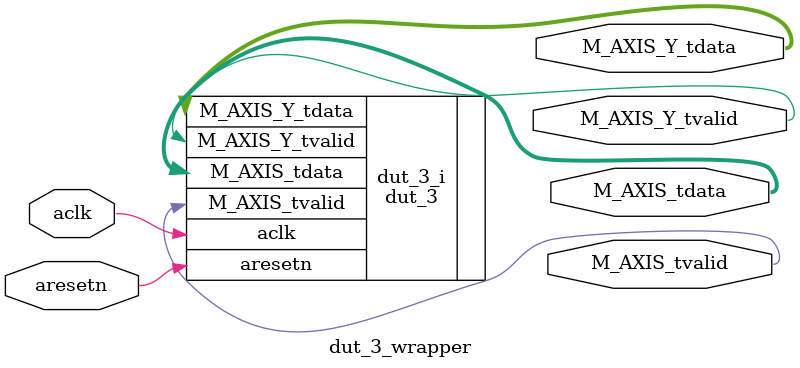
<source format=v>
`timescale 1 ps / 1 ps

module dut_3_wrapper
   (M_AXIS_Y_tdata,
    M_AXIS_Y_tvalid,
    M_AXIS_tdata,
    M_AXIS_tvalid,
    aclk,
    aresetn);
  output [31:0]M_AXIS_Y_tdata;
  output M_AXIS_Y_tvalid;
  output [31:0]M_AXIS_tdata;
  output M_AXIS_tvalid;
  input aclk;
  input aresetn;

  wire [31:0]M_AXIS_Y_tdata;
  wire M_AXIS_Y_tvalid;
  wire [31:0]M_AXIS_tdata;
  wire M_AXIS_tvalid;
  wire aclk;
  wire aresetn;

  dut_3 dut_3_i
       (.M_AXIS_Y_tdata(M_AXIS_Y_tdata),
        .M_AXIS_Y_tvalid(M_AXIS_Y_tvalid),
        .M_AXIS_tdata(M_AXIS_tdata),
        .M_AXIS_tvalid(M_AXIS_tvalid),
        .aclk(aclk),
        .aresetn(aresetn));
endmodule

</source>
